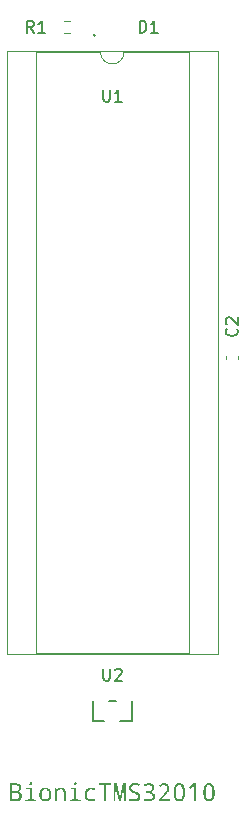
<source format=gbr>
G04 #@! TF.GenerationSoftware,KiCad,Pcbnew,8.0.8+dfsg-1*
G04 #@! TF.CreationDate,2025-06-05T15:25:50+09:00*
G04 #@! TF.ProjectId,bionic-tms32010,62696f6e-6963-42d7-946d-733332303130,2*
G04 #@! TF.SameCoordinates,Original*
G04 #@! TF.FileFunction,Legend,Top*
G04 #@! TF.FilePolarity,Positive*
%FSLAX46Y46*%
G04 Gerber Fmt 4.6, Leading zero omitted, Abs format (unit mm)*
G04 Created by KiCad (PCBNEW 8.0.8+dfsg-1) date 2025-06-05 15:25:50*
%MOMM*%
%LPD*%
G01*
G04 APERTURE LIST*
%ADD10C,0.187500*%
%ADD11C,0.150000*%
%ADD12C,0.120000*%
%ADD13C,0.152400*%
G04 APERTURE END LIST*
D10*
G36*
X105555099Y-135672063D02*
G01*
X105631905Y-135678637D01*
X105714083Y-135692311D01*
X105785366Y-135712297D01*
X105854756Y-135743590D01*
X105879955Y-135759631D01*
X105935734Y-135811219D01*
X105975576Y-135876592D01*
X105999481Y-135955750D01*
X106007325Y-136036321D01*
X106007450Y-136048692D01*
X105999543Y-136126373D01*
X105972580Y-136201904D01*
X105926483Y-136267045D01*
X105870298Y-136314622D01*
X105802950Y-136348819D01*
X105724439Y-136369634D01*
X105707397Y-136372192D01*
X105707397Y-136382450D01*
X105787597Y-136400127D01*
X105857103Y-136425315D01*
X105928948Y-136467361D01*
X105984085Y-136521142D01*
X106022514Y-136586658D01*
X106044235Y-136663909D01*
X106049581Y-136734160D01*
X106044958Y-136807481D01*
X106027875Y-136885274D01*
X105998205Y-136954722D01*
X105955947Y-137015826D01*
X105918057Y-137054362D01*
X105856099Y-137099615D01*
X105784991Y-137133753D01*
X105704731Y-137156776D01*
X105628653Y-137167664D01*
X105560119Y-137170500D01*
X105017167Y-137170500D01*
X105017167Y-137006735D01*
X105209875Y-137006735D01*
X105526047Y-137006735D01*
X105601180Y-137002355D01*
X105681009Y-136984565D01*
X105756143Y-136945152D01*
X105808736Y-136886033D01*
X105838789Y-136807207D01*
X105846616Y-136726466D01*
X105838467Y-136651635D01*
X105807177Y-136578580D01*
X105752420Y-136523788D01*
X105674196Y-136487261D01*
X105591082Y-136470772D01*
X105512858Y-136466714D01*
X105209875Y-136466714D01*
X105209875Y-137006735D01*
X105017167Y-137006735D01*
X105017167Y-136302949D01*
X105209875Y-136302949D01*
X105502233Y-136302949D01*
X105577201Y-136299446D01*
X105655582Y-136285213D01*
X105727161Y-136253683D01*
X105736706Y-136246895D01*
X105784385Y-136189259D01*
X105806822Y-136114589D01*
X105810346Y-136061515D01*
X105801038Y-135985822D01*
X105766038Y-135917465D01*
X105731577Y-135886759D01*
X105659518Y-135854387D01*
X105579633Y-135838824D01*
X105502743Y-135833844D01*
X105481717Y-135833636D01*
X105209875Y-135833636D01*
X105209875Y-136302949D01*
X105017167Y-136302949D01*
X105017167Y-135669871D01*
X105470726Y-135669871D01*
X105555099Y-135672063D01*
G37*
G36*
X106790370Y-135576082D02*
G01*
X106865002Y-135598452D01*
X106897841Y-135665561D01*
X106899547Y-135692952D01*
X106881205Y-135765080D01*
X106866940Y-135781613D01*
X106798576Y-135810301D01*
X106790370Y-135810555D01*
X106718971Y-135791146D01*
X106682787Y-135726832D01*
X106680094Y-135692952D01*
X106698294Y-135617284D01*
X106764524Y-135577908D01*
X106790370Y-135576082D01*
G37*
G36*
X106695848Y-136192307D02*
G01*
X106418510Y-136170691D01*
X106418510Y-136045028D01*
X106883060Y-136045028D01*
X106883060Y-137023221D01*
X107245761Y-137043737D01*
X107245761Y-137170500D01*
X106341207Y-137170500D01*
X106341207Y-137043737D01*
X106695848Y-137023221D01*
X106695848Y-136192307D01*
G37*
G36*
X108114803Y-136027197D02*
G01*
X108190443Y-136044044D01*
X108260364Y-136072122D01*
X108324566Y-136111432D01*
X108383050Y-136161973D01*
X108401274Y-136181316D01*
X108449956Y-136244900D01*
X108488566Y-136315852D01*
X108517103Y-136394171D01*
X108535569Y-136479857D01*
X108543263Y-136556890D01*
X108544522Y-136605566D01*
X108541070Y-136688148D01*
X108530712Y-136765077D01*
X108513449Y-136836354D01*
X108483619Y-136914424D01*
X108443846Y-136984354D01*
X108403106Y-137036410D01*
X108346914Y-137089948D01*
X108284129Y-137132409D01*
X108214748Y-137163793D01*
X108138774Y-137184101D01*
X108056204Y-137193331D01*
X108027216Y-137193947D01*
X107946454Y-137188318D01*
X107871230Y-137171433D01*
X107801545Y-137143290D01*
X107737399Y-137103890D01*
X107678790Y-137053233D01*
X107660485Y-137033846D01*
X107611679Y-136969896D01*
X107572970Y-136898400D01*
X107544359Y-136819355D01*
X107528230Y-136747719D01*
X107519114Y-136670842D01*
X107516870Y-136605566D01*
X107710677Y-136605566D01*
X107713495Y-136682890D01*
X107726017Y-136774157D01*
X107748557Y-136851904D01*
X107790819Y-136930073D01*
X107848734Y-136987115D01*
X107922302Y-137023031D01*
X108011523Y-137037819D01*
X108031246Y-137038242D01*
X108106121Y-137031481D01*
X108185677Y-137004017D01*
X108249633Y-136955425D01*
X108297990Y-136885707D01*
X108325445Y-136814721D01*
X108342916Y-136730214D01*
X108350403Y-136632186D01*
X108350715Y-136605566D01*
X108347888Y-136529028D01*
X108335323Y-136438687D01*
X108312706Y-136361731D01*
X108270298Y-136284356D01*
X108212185Y-136227893D01*
X108138364Y-136192343D01*
X108048838Y-136177704D01*
X108029048Y-136177286D01*
X107954429Y-136183978D01*
X107875148Y-136211164D01*
X107811411Y-136259261D01*
X107763221Y-136328271D01*
X107735861Y-136398536D01*
X107718450Y-136482184D01*
X107710988Y-136579217D01*
X107710677Y-136605566D01*
X107516870Y-136605566D01*
X107520278Y-136523749D01*
X107530502Y-136447514D01*
X107551767Y-136363399D01*
X107582846Y-136287321D01*
X107623740Y-136219280D01*
X107656455Y-136178385D01*
X107712238Y-136125096D01*
X107774900Y-136082833D01*
X107844439Y-136051594D01*
X107920856Y-136031381D01*
X108004151Y-136022194D01*
X108033444Y-136021581D01*
X108114803Y-136027197D01*
G37*
G36*
X109572907Y-137170500D02*
G01*
X109572907Y-136444366D01*
X109566923Y-136367424D01*
X109543945Y-136292308D01*
X109495356Y-136228407D01*
X109423311Y-136190066D01*
X109342888Y-136177547D01*
X109327809Y-136177286D01*
X109253620Y-136183674D01*
X109174795Y-136209628D01*
X109111425Y-136255545D01*
X109063511Y-136321426D01*
X109031054Y-136407271D01*
X109016216Y-136490321D01*
X109011270Y-136586148D01*
X109011270Y-137170500D01*
X108823692Y-137170500D01*
X108823692Y-136045028D01*
X108975000Y-136045028D01*
X109002844Y-136194871D01*
X109013102Y-136194871D01*
X109057658Y-136135980D01*
X109121557Y-136082673D01*
X109198288Y-136045950D01*
X109274271Y-136027673D01*
X109359683Y-136021581D01*
X109453621Y-136028021D01*
X109535034Y-136047341D01*
X109603922Y-136079541D01*
X109672418Y-136137904D01*
X109713125Y-136199084D01*
X109741306Y-136273144D01*
X109756962Y-136360083D01*
X109760485Y-136433741D01*
X109760485Y-137170500D01*
X109572907Y-137170500D01*
G37*
G36*
X110571249Y-135576082D02*
G01*
X110645882Y-135598452D01*
X110678720Y-135665561D01*
X110680426Y-135692952D01*
X110662085Y-135765080D01*
X110647819Y-135781613D01*
X110579455Y-135810301D01*
X110571249Y-135810555D01*
X110499850Y-135791146D01*
X110463666Y-135726832D01*
X110460974Y-135692952D01*
X110479173Y-135617284D01*
X110545403Y-135577908D01*
X110571249Y-135576082D01*
G37*
G36*
X110476727Y-136192307D02*
G01*
X110199390Y-136170691D01*
X110199390Y-136045028D01*
X110663939Y-136045028D01*
X110663939Y-137023221D01*
X111026640Y-137043737D01*
X111026640Y-137170500D01*
X110122087Y-137170500D01*
X110122087Y-137043737D01*
X110476727Y-137023221D01*
X110476727Y-136192307D01*
G37*
G36*
X112272645Y-136082398D02*
G01*
X112208898Y-136245063D01*
X112133655Y-136218937D01*
X112062535Y-136200275D01*
X111987451Y-136188204D01*
X111932659Y-136185346D01*
X111843100Y-136192004D01*
X111765482Y-136211976D01*
X111699806Y-136245264D01*
X111634502Y-136305598D01*
X111595694Y-136368844D01*
X111568826Y-136445406D01*
X111553899Y-136535282D01*
X111550541Y-136611428D01*
X111553809Y-136686264D01*
X111568335Y-136774595D01*
X111594481Y-136849840D01*
X111643506Y-136925493D01*
X111710688Y-136980700D01*
X111796026Y-137015460D01*
X111877371Y-137028546D01*
X111922401Y-137030182D01*
X112003802Y-137026198D01*
X112086074Y-137014245D01*
X112158775Y-136997250D01*
X112232143Y-136974154D01*
X112253228Y-136966435D01*
X112253228Y-137131299D01*
X112180252Y-137158707D01*
X112099446Y-137178285D01*
X112022317Y-137188991D01*
X111939192Y-137193702D01*
X111914341Y-137193947D01*
X111834454Y-137190289D01*
X111760346Y-137179314D01*
X111679043Y-137156486D01*
X111606061Y-137123123D01*
X111541399Y-137079223D01*
X111502914Y-137044104D01*
X111453235Y-136983327D01*
X111413836Y-136913380D01*
X111384714Y-136834263D01*
X111368297Y-136761326D01*
X111359018Y-136682021D01*
X111356734Y-136613992D01*
X111360384Y-136526918D01*
X111371332Y-136446588D01*
X111389578Y-136373002D01*
X111421108Y-136293601D01*
X111463149Y-136223912D01*
X111506211Y-136173256D01*
X111566528Y-136121710D01*
X111635371Y-136080829D01*
X111712742Y-136050613D01*
X111798638Y-136031061D01*
X111876732Y-136022914D01*
X111926431Y-136021581D01*
X112005734Y-136024491D01*
X112083039Y-136033222D01*
X112158345Y-136047773D01*
X112231652Y-136068144D01*
X112272645Y-136082398D01*
G37*
G36*
X113168039Y-137170500D02*
G01*
X112975698Y-137170500D01*
X112975698Y-135838765D01*
X112544854Y-135838765D01*
X112544854Y-135669871D01*
X113597785Y-135669871D01*
X113597785Y-135838765D01*
X113168039Y-135838765D01*
X113168039Y-137170500D01*
G37*
G36*
X114248081Y-137170500D02*
G01*
X113961951Y-135857450D01*
X113953524Y-135851588D01*
X113958907Y-135934059D01*
X113963377Y-136010198D01*
X113967538Y-136093205D01*
X113970384Y-136167094D01*
X113972045Y-136241771D01*
X113972209Y-136269976D01*
X113972209Y-137170500D01*
X113816504Y-137170500D01*
X113816504Y-135669871D01*
X114071127Y-135669871D01*
X114326483Y-136892429D01*
X114332711Y-136892429D01*
X114590265Y-135669871D01*
X114850018Y-135669871D01*
X114850018Y-137170500D01*
X114692115Y-137170500D01*
X114692115Y-136256787D01*
X114693274Y-136182399D01*
X114695778Y-136103464D01*
X114699041Y-136021126D01*
X114702547Y-135942161D01*
X114706769Y-135853786D01*
X114698709Y-135853786D01*
X114407083Y-137170500D01*
X114248081Y-137170500D01*
G37*
G36*
X115105740Y-137123605D02*
G01*
X115105740Y-136941888D01*
X115186927Y-136971894D01*
X115267547Y-136995692D01*
X115347600Y-137013282D01*
X115427087Y-137024664D01*
X115506007Y-137029837D01*
X115532188Y-137030182D01*
X115616681Y-137026289D01*
X115689908Y-137014612D01*
X115765599Y-136989066D01*
X115833193Y-136942355D01*
X115875440Y-136878127D01*
X115892338Y-136796381D01*
X115892690Y-136781054D01*
X115882489Y-136707776D01*
X115844802Y-136639865D01*
X115820150Y-136616557D01*
X115752659Y-136574250D01*
X115681442Y-136540326D01*
X115603836Y-136508465D01*
X115525960Y-136479536D01*
X115449839Y-136450217D01*
X115382219Y-136418863D01*
X115314073Y-136379711D01*
X115250360Y-136331574D01*
X115218214Y-136299652D01*
X115173230Y-136235992D01*
X115142969Y-136162480D01*
X115128429Y-136088863D01*
X115125157Y-136028542D01*
X115131486Y-135953880D01*
X115154218Y-135877653D01*
X115193482Y-135811135D01*
X115249278Y-135754326D01*
X115257415Y-135747907D01*
X115320136Y-135708364D01*
X115392254Y-135678534D01*
X115473768Y-135658416D01*
X115551117Y-135648902D01*
X115620848Y-135646424D01*
X115707805Y-135649245D01*
X115791723Y-135657707D01*
X115872600Y-135671811D01*
X115950438Y-135691556D01*
X116025237Y-135716942D01*
X116049494Y-135726658D01*
X115983549Y-135895918D01*
X115909888Y-135868527D01*
X115838108Y-135846802D01*
X115756741Y-135828620D01*
X115677934Y-135818152D01*
X115612422Y-135815318D01*
X115525453Y-135820568D01*
X115453225Y-135836320D01*
X115386009Y-135869082D01*
X115334417Y-135926416D01*
X115311717Y-136004332D01*
X115310537Y-136030374D01*
X115320017Y-136103412D01*
X115355039Y-136173907D01*
X115377949Y-136199268D01*
X115441307Y-136244220D01*
X115508758Y-136278326D01*
X115582541Y-136309146D01*
X115656752Y-136336288D01*
X115731864Y-136364710D01*
X115811136Y-136399194D01*
X115878558Y-136434090D01*
X115942241Y-136475323D01*
X115995272Y-136523134D01*
X116040095Y-136588722D01*
X116068316Y-136665043D01*
X116079522Y-136742909D01*
X116080269Y-136770796D01*
X116073432Y-136853140D01*
X116052920Y-136927384D01*
X116018735Y-136993529D01*
X115970875Y-137051574D01*
X115937387Y-137081107D01*
X115869286Y-137125075D01*
X115801760Y-137154166D01*
X115725786Y-137175324D01*
X115641362Y-137188547D01*
X115564554Y-137193506D01*
X115532188Y-137193947D01*
X115449810Y-137192229D01*
X115373263Y-137187077D01*
X115289105Y-137176361D01*
X115213345Y-137160699D01*
X115135572Y-137136176D01*
X115105740Y-137123605D01*
G37*
G36*
X116935729Y-136390876D02*
G01*
X116935729Y-136397105D01*
X117022884Y-136413047D01*
X117098418Y-136437061D01*
X117176494Y-136478429D01*
X117236413Y-136532409D01*
X117278174Y-136599000D01*
X117301779Y-136678203D01*
X117307589Y-136750646D01*
X117302592Y-136824916D01*
X117284129Y-136903784D01*
X117252062Y-136974271D01*
X117206391Y-137036379D01*
X117165440Y-137075611D01*
X117097184Y-137121720D01*
X117029023Y-137152229D01*
X116951949Y-137174417D01*
X116865962Y-137188284D01*
X116787498Y-137193485D01*
X116754379Y-137193947D01*
X116678854Y-137191961D01*
X116594670Y-137184336D01*
X116517519Y-137170993D01*
X116436398Y-137148197D01*
X116364848Y-137117618D01*
X116355408Y-137112614D01*
X116355408Y-136937492D01*
X116427103Y-136970362D01*
X116499853Y-136996431D01*
X116573660Y-137015699D01*
X116648523Y-137028167D01*
X116724442Y-137033834D01*
X116749983Y-137034212D01*
X116835506Y-137029690D01*
X116909626Y-137016123D01*
X116986240Y-136986445D01*
X117045038Y-136942635D01*
X117092075Y-136871409D01*
X117111674Y-136796508D01*
X117114882Y-136744784D01*
X117105302Y-136670270D01*
X117068517Y-136597524D01*
X117004143Y-136542964D01*
X116929422Y-136511390D01*
X116855852Y-136495224D01*
X116770020Y-136487141D01*
X116722505Y-136486131D01*
X116585485Y-136486131D01*
X116585485Y-136326396D01*
X116722505Y-136326396D01*
X116800289Y-136321450D01*
X116876684Y-136304062D01*
X116947767Y-136270059D01*
X116977861Y-136247262D01*
X117029590Y-136186544D01*
X117059847Y-136113705D01*
X117068720Y-136036968D01*
X117058828Y-135963295D01*
X117025786Y-135897668D01*
X116998378Y-135868441D01*
X116933723Y-135828116D01*
X116860195Y-135809139D01*
X116811166Y-135806159D01*
X116731459Y-135812067D01*
X116652945Y-135829791D01*
X116575623Y-135859331D01*
X116510295Y-135894055D01*
X116456525Y-135929624D01*
X116361637Y-135801030D01*
X116423423Y-135756490D01*
X116488340Y-135719499D01*
X116556387Y-135690058D01*
X116627566Y-135668166D01*
X116701874Y-135653822D01*
X116779313Y-135647028D01*
X116811166Y-135646424D01*
X116887441Y-135650056D01*
X116968159Y-135663475D01*
X117039971Y-135686781D01*
X117111138Y-135725524D01*
X117142359Y-135749739D01*
X117194451Y-135805724D01*
X117231660Y-135870364D01*
X117253985Y-135943660D01*
X117261427Y-136025611D01*
X117254733Y-136102891D01*
X117231592Y-136180057D01*
X117191921Y-136248063D01*
X117176797Y-136266679D01*
X117117048Y-136320524D01*
X117051161Y-136357300D01*
X116973797Y-136383005D01*
X116935729Y-136390876D01*
G37*
G36*
X118582537Y-137170500D02*
G01*
X117643545Y-137170500D01*
X117643545Y-137009666D01*
X118004414Y-136618389D01*
X118063809Y-136552652D01*
X118116513Y-136492372D01*
X118170927Y-136427238D01*
X118222233Y-136361178D01*
X118264811Y-136298776D01*
X118268929Y-136291958D01*
X118302739Y-136222721D01*
X118324027Y-136149190D01*
X118332792Y-136071367D01*
X118333043Y-136055287D01*
X118325294Y-135981704D01*
X118296154Y-135909588D01*
X118267464Y-135873204D01*
X118206860Y-135829795D01*
X118131019Y-135808516D01*
X118090876Y-135806159D01*
X118008581Y-135814906D01*
X117936799Y-135836910D01*
X117865227Y-135872308D01*
X117804047Y-135913309D01*
X117763346Y-135946110D01*
X117658200Y-135823378D01*
X117720981Y-135772400D01*
X117785676Y-135730063D01*
X117852285Y-135696365D01*
X117934743Y-135667334D01*
X118019957Y-135650744D01*
X118093074Y-135646424D01*
X118176397Y-135651631D01*
X118251655Y-135667251D01*
X118327791Y-135697854D01*
X118393393Y-135742058D01*
X118408147Y-135755234D01*
X118458637Y-135814333D01*
X118494701Y-135882821D01*
X118516339Y-135960696D01*
X118523439Y-136036538D01*
X118523552Y-136047959D01*
X118517613Y-136125046D01*
X118499796Y-136203349D01*
X118473604Y-136274862D01*
X118462736Y-136298919D01*
X118421199Y-136371070D01*
X118375441Y-136435732D01*
X118327745Y-136496523D01*
X118271356Y-136563594D01*
X118219985Y-136621772D01*
X118163050Y-136683968D01*
X117873622Y-136991347D01*
X117873622Y-136999407D01*
X118582537Y-136999407D01*
X118582537Y-137170500D01*
G37*
G36*
X119457153Y-135653418D02*
G01*
X119534403Y-135674399D01*
X119603435Y-135709369D01*
X119664250Y-135758326D01*
X119716848Y-135821270D01*
X119732554Y-135845360D01*
X119767806Y-135911839D01*
X119797083Y-135986940D01*
X119820385Y-136070663D01*
X119834725Y-136143850D01*
X119845241Y-136222556D01*
X119851932Y-136306779D01*
X119854800Y-136396521D01*
X119854920Y-136419819D01*
X119853032Y-136513561D01*
X119847369Y-136601255D01*
X119837931Y-136682902D01*
X119824718Y-136758500D01*
X119797819Y-136860558D01*
X119762426Y-136949008D01*
X119718538Y-137023850D01*
X119666156Y-137085085D01*
X119605280Y-137132712D01*
X119535910Y-137166731D01*
X119458045Y-137187143D01*
X119371685Y-137193947D01*
X119287227Y-137186953D01*
X119210806Y-137165971D01*
X119142422Y-137131002D01*
X119082074Y-137082045D01*
X119029765Y-137019101D01*
X119014114Y-136995011D01*
X118979073Y-136928514D01*
X118949972Y-136853360D01*
X118926809Y-136769547D01*
X118912555Y-136696262D01*
X118902102Y-136617437D01*
X118895451Y-136533070D01*
X118892600Y-136443162D01*
X118892481Y-136419819D01*
X118892496Y-136419086D01*
X119083357Y-136419086D01*
X119084444Y-136498015D01*
X119087707Y-136571219D01*
X119094845Y-136654674D01*
X119105382Y-136729185D01*
X119122512Y-136806791D01*
X119148683Y-136881053D01*
X119152966Y-136890231D01*
X119192739Y-136953223D01*
X119249363Y-137002576D01*
X119318564Y-137029150D01*
X119371685Y-137034212D01*
X119450627Y-137022794D01*
X119516817Y-136988540D01*
X119570256Y-136931449D01*
X119594435Y-136889864D01*
X119622129Y-136817874D01*
X119640453Y-136742355D01*
X119651905Y-136669681D01*
X119659887Y-136588152D01*
X119664399Y-136497769D01*
X119665510Y-136419086D01*
X119664399Y-136340925D01*
X119659887Y-136251112D01*
X119651905Y-136170065D01*
X119637746Y-136084378D01*
X119618589Y-136011314D01*
X119594435Y-135950873D01*
X119553860Y-135887561D01*
X119496171Y-135837956D01*
X119425730Y-135811247D01*
X119371685Y-135806159D01*
X119294100Y-135817519D01*
X119229091Y-135851600D01*
X119176660Y-135908400D01*
X119152966Y-135949774D01*
X119125843Y-136021193D01*
X119107897Y-136096335D01*
X119096680Y-136168772D01*
X119088863Y-136250136D01*
X119084444Y-136340427D01*
X119083357Y-136419086D01*
X118892496Y-136419086D01*
X118894353Y-136326166D01*
X118899969Y-136238555D01*
X118909328Y-136156986D01*
X118922431Y-136081459D01*
X118949106Y-135979498D01*
X118984204Y-135891131D01*
X119027725Y-135816360D01*
X119079670Y-135755183D01*
X119140039Y-135707601D01*
X119208831Y-135673614D01*
X119286046Y-135653222D01*
X119371685Y-135646424D01*
X119457153Y-135653418D01*
G37*
G36*
X120782554Y-137170500D02*
G01*
X120601204Y-137170500D01*
X120601204Y-136237370D01*
X120601841Y-136157826D01*
X120603219Y-136082856D01*
X120605014Y-136009470D01*
X120607375Y-135927660D01*
X120609264Y-135868441D01*
X120554220Y-135924671D01*
X120495104Y-135978415D01*
X120484700Y-135987509D01*
X120333392Y-136115370D01*
X120233374Y-135985677D01*
X120627949Y-135669871D01*
X120782554Y-135669871D01*
X120782554Y-137170500D01*
G37*
G36*
X121977739Y-135653418D02*
G01*
X122054989Y-135674399D01*
X122124021Y-135709369D01*
X122184836Y-135758326D01*
X122237434Y-135821270D01*
X122253140Y-135845360D01*
X122288392Y-135911839D01*
X122317669Y-135986940D01*
X122340971Y-136070663D01*
X122355311Y-136143850D01*
X122365827Y-136222556D01*
X122372519Y-136306779D01*
X122375387Y-136396521D01*
X122375506Y-136419819D01*
X122373618Y-136513561D01*
X122367956Y-136601255D01*
X122358517Y-136682902D01*
X122345304Y-136758500D01*
X122318405Y-136860558D01*
X122283012Y-136949008D01*
X122239124Y-137023850D01*
X122186743Y-137085085D01*
X122125866Y-137132712D01*
X122056496Y-137166731D01*
X121978631Y-137187143D01*
X121892272Y-137193947D01*
X121807813Y-137186953D01*
X121731392Y-137165971D01*
X121663008Y-137131002D01*
X121602661Y-137082045D01*
X121550351Y-137019101D01*
X121534700Y-136995011D01*
X121499659Y-136928514D01*
X121470558Y-136853360D01*
X121447395Y-136769547D01*
X121433141Y-136696262D01*
X121422688Y-136617437D01*
X121416037Y-136533070D01*
X121413186Y-136443162D01*
X121413067Y-136419819D01*
X121413082Y-136419086D01*
X121603943Y-136419086D01*
X121605031Y-136498015D01*
X121608293Y-136571219D01*
X121615431Y-136654674D01*
X121625968Y-136729185D01*
X121643098Y-136806791D01*
X121669270Y-136881053D01*
X121673552Y-136890231D01*
X121713326Y-136953223D01*
X121769949Y-137002576D01*
X121839150Y-137029150D01*
X121892272Y-137034212D01*
X121971213Y-137022794D01*
X122037403Y-136988540D01*
X122090842Y-136931449D01*
X122115021Y-136889864D01*
X122142715Y-136817874D01*
X122161039Y-136742355D01*
X122172492Y-136669681D01*
X122180474Y-136588152D01*
X122184985Y-136497769D01*
X122186096Y-136419086D01*
X122184985Y-136340925D01*
X122180474Y-136251112D01*
X122172492Y-136170065D01*
X122158332Y-136084378D01*
X122139175Y-136011314D01*
X122115021Y-135950873D01*
X122074446Y-135887561D01*
X122016757Y-135837956D01*
X121946316Y-135811247D01*
X121892272Y-135806159D01*
X121814686Y-135817519D01*
X121749677Y-135851600D01*
X121697246Y-135908400D01*
X121673552Y-135949774D01*
X121646429Y-136021193D01*
X121628483Y-136096335D01*
X121617267Y-136168772D01*
X121609449Y-136250136D01*
X121605031Y-136340427D01*
X121603943Y-136419086D01*
X121413082Y-136419086D01*
X121414939Y-136326166D01*
X121420555Y-136238555D01*
X121429914Y-136156986D01*
X121443017Y-136081459D01*
X121469692Y-135979498D01*
X121504790Y-135891131D01*
X121548311Y-135816360D01*
X121600256Y-135755183D01*
X121660625Y-135707601D01*
X121729417Y-135673614D01*
X121806633Y-135653222D01*
X121892272Y-135646424D01*
X121977739Y-135653418D01*
G37*
D11*
X107056333Y-72105819D02*
X106723000Y-71629628D01*
X106484905Y-72105819D02*
X106484905Y-71105819D01*
X106484905Y-71105819D02*
X106865857Y-71105819D01*
X106865857Y-71105819D02*
X106961095Y-71153438D01*
X106961095Y-71153438D02*
X107008714Y-71201057D01*
X107008714Y-71201057D02*
X107056333Y-71296295D01*
X107056333Y-71296295D02*
X107056333Y-71439152D01*
X107056333Y-71439152D02*
X107008714Y-71534390D01*
X107008714Y-71534390D02*
X106961095Y-71582009D01*
X106961095Y-71582009D02*
X106865857Y-71629628D01*
X106865857Y-71629628D02*
X106484905Y-71629628D01*
X108008714Y-72105819D02*
X107437286Y-72105819D01*
X107723000Y-72105819D02*
X107723000Y-71105819D01*
X107723000Y-71105819D02*
X107627762Y-71248676D01*
X107627762Y-71248676D02*
X107532524Y-71343914D01*
X107532524Y-71343914D02*
X107437286Y-71391533D01*
X112938095Y-125969819D02*
X112938095Y-126779342D01*
X112938095Y-126779342D02*
X112985714Y-126874580D01*
X112985714Y-126874580D02*
X113033333Y-126922200D01*
X113033333Y-126922200D02*
X113128571Y-126969819D01*
X113128571Y-126969819D02*
X113319047Y-126969819D01*
X113319047Y-126969819D02*
X113414285Y-126922200D01*
X113414285Y-126922200D02*
X113461904Y-126874580D01*
X113461904Y-126874580D02*
X113509523Y-126779342D01*
X113509523Y-126779342D02*
X113509523Y-125969819D01*
X113938095Y-126065057D02*
X113985714Y-126017438D01*
X113985714Y-126017438D02*
X114080952Y-125969819D01*
X114080952Y-125969819D02*
X114319047Y-125969819D01*
X114319047Y-125969819D02*
X114414285Y-126017438D01*
X114414285Y-126017438D02*
X114461904Y-126065057D01*
X114461904Y-126065057D02*
X114509523Y-126160295D01*
X114509523Y-126160295D02*
X114509523Y-126255533D01*
X114509523Y-126255533D02*
X114461904Y-126398390D01*
X114461904Y-126398390D02*
X113890476Y-126969819D01*
X113890476Y-126969819D02*
X114509523Y-126969819D01*
X112938095Y-76947819D02*
X112938095Y-77757342D01*
X112938095Y-77757342D02*
X112985714Y-77852580D01*
X112985714Y-77852580D02*
X113033333Y-77900200D01*
X113033333Y-77900200D02*
X113128571Y-77947819D01*
X113128571Y-77947819D02*
X113319047Y-77947819D01*
X113319047Y-77947819D02*
X113414285Y-77900200D01*
X113414285Y-77900200D02*
X113461904Y-77852580D01*
X113461904Y-77852580D02*
X113509523Y-77757342D01*
X113509523Y-77757342D02*
X113509523Y-76947819D01*
X114509523Y-77947819D02*
X113938095Y-77947819D01*
X114223809Y-77947819D02*
X114223809Y-76947819D01*
X114223809Y-76947819D02*
X114128571Y-77090676D01*
X114128571Y-77090676D02*
X114033333Y-77185914D01*
X114033333Y-77185914D02*
X113938095Y-77233533D01*
X116009905Y-72105819D02*
X116009905Y-71105819D01*
X116009905Y-71105819D02*
X116248000Y-71105819D01*
X116248000Y-71105819D02*
X116390857Y-71153438D01*
X116390857Y-71153438D02*
X116486095Y-71248676D01*
X116486095Y-71248676D02*
X116533714Y-71343914D01*
X116533714Y-71343914D02*
X116581333Y-71534390D01*
X116581333Y-71534390D02*
X116581333Y-71677247D01*
X116581333Y-71677247D02*
X116533714Y-71867723D01*
X116533714Y-71867723D02*
X116486095Y-71962961D01*
X116486095Y-71962961D02*
X116390857Y-72058200D01*
X116390857Y-72058200D02*
X116248000Y-72105819D01*
X116248000Y-72105819D02*
X116009905Y-72105819D01*
X117533714Y-72105819D02*
X116962286Y-72105819D01*
X117248000Y-72105819D02*
X117248000Y-71105819D01*
X117248000Y-71105819D02*
X117152762Y-71248676D01*
X117152762Y-71248676D02*
X117057524Y-71343914D01*
X117057524Y-71343914D02*
X116962286Y-71391533D01*
X124219580Y-97167966D02*
X124267200Y-97215585D01*
X124267200Y-97215585D02*
X124314819Y-97358442D01*
X124314819Y-97358442D02*
X124314819Y-97453680D01*
X124314819Y-97453680D02*
X124267200Y-97596537D01*
X124267200Y-97596537D02*
X124171961Y-97691775D01*
X124171961Y-97691775D02*
X124076723Y-97739394D01*
X124076723Y-97739394D02*
X123886247Y-97787013D01*
X123886247Y-97787013D02*
X123743390Y-97787013D01*
X123743390Y-97787013D02*
X123552914Y-97739394D01*
X123552914Y-97739394D02*
X123457676Y-97691775D01*
X123457676Y-97691775D02*
X123362438Y-97596537D01*
X123362438Y-97596537D02*
X123314819Y-97453680D01*
X123314819Y-97453680D02*
X123314819Y-97358442D01*
X123314819Y-97358442D02*
X123362438Y-97215585D01*
X123362438Y-97215585D02*
X123410057Y-97167966D01*
X123410057Y-96787013D02*
X123362438Y-96739394D01*
X123362438Y-96739394D02*
X123314819Y-96644156D01*
X123314819Y-96644156D02*
X123314819Y-96406061D01*
X123314819Y-96406061D02*
X123362438Y-96310823D01*
X123362438Y-96310823D02*
X123410057Y-96263204D01*
X123410057Y-96263204D02*
X123505295Y-96215585D01*
X123505295Y-96215585D02*
X123600533Y-96215585D01*
X123600533Y-96215585D02*
X123743390Y-96263204D01*
X123743390Y-96263204D02*
X124314819Y-96834632D01*
X124314819Y-96834632D02*
X124314819Y-96215585D01*
D12*
X110144724Y-71128500D02*
X109635276Y-71128500D01*
X110144724Y-72173500D02*
X109635276Y-72173500D01*
D13*
X112048000Y-128736000D02*
X112048000Y-130390000D01*
X112048000Y-130390000D02*
X113037060Y-130390000D01*
X113987061Y-128736000D02*
X113412939Y-128736000D01*
X114362940Y-130390000D02*
X115352000Y-130390000D01*
X115352000Y-130390000D02*
X115352000Y-128736000D01*
D12*
X104750000Y-73690000D02*
X104750000Y-124730000D01*
X104750000Y-124730000D02*
X122650000Y-124730000D01*
X107240000Y-73750000D02*
X107240000Y-124670000D01*
X107240000Y-124670000D02*
X120160000Y-124670000D01*
X112700000Y-73750000D02*
X107240000Y-73750000D01*
X120160000Y-73750000D02*
X114700000Y-73750000D01*
X120160000Y-124670000D02*
X120160000Y-73750000D01*
X122650000Y-73690000D02*
X104750000Y-73690000D01*
X122650000Y-124730000D02*
X122650000Y-73690000D01*
X114700000Y-73750000D02*
G75*
G02*
X112700000Y-73750000I-1000000J0D01*
G01*
D13*
X112252200Y-72336800D02*
G75*
G02*
X112099800Y-72336800I-76200J0D01*
G01*
X112099800Y-72336800D02*
G75*
G02*
X112252200Y-72336800I76200J0D01*
G01*
D12*
X124370000Y-99763767D02*
X124370000Y-99471233D01*
X123350000Y-99763767D02*
X123350000Y-99471233D01*
M02*

</source>
